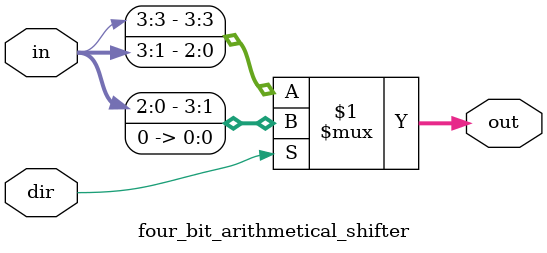
<source format=v>
module four_bit_arithmetical_shifter(
	in,
	dir,
	out
); //arithmetical shifter -  same as regular, but on right shift duplicates previous MSB value

	input  [3:0]  in;
	input 		 dir;
	
	output [3:0] out;		 
	
	assign out = dir ? {in[2:0], 1'b0} : {in[3], in[3:1]};

endmodule 
</source>
